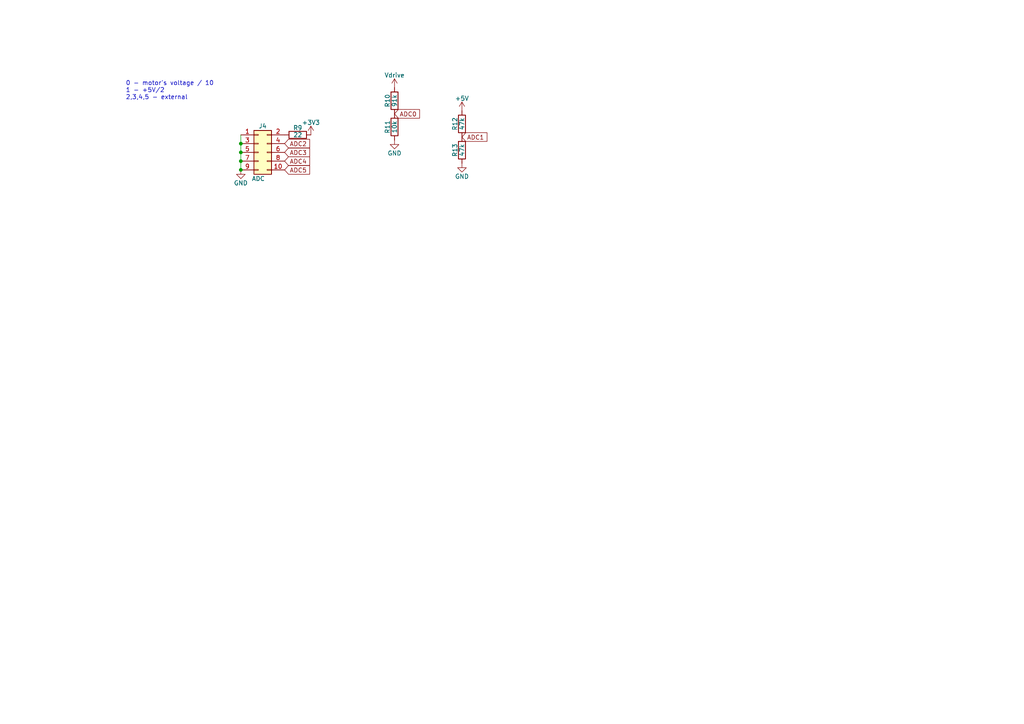
<source format=kicad_sch>
(kicad_sch (version 20211123) (generator eeschema)
  (paper "A4")
  (lib_symbols
    (symbol "Connector_Generic:Conn_02x05_Odd_Even" (pin_names (offset 1.016) hide)
      (property "Reference" "J" (at 1.27 7.62 0))
      (property "Value" "Conn_02x05_Odd_Even" (at 1.27 -7.62 0))
      (symbol "Conn_02x05_Odd_Even_1_1"
        (rectangle (start -1.27 -4.953) (end 0 -5.207) (stroke (width 0.1524)))
        (rectangle (start -1.27 -2.413) (end 0 -2.667) (stroke (width 0.1524)))
        (rectangle (start -1.27 0.127) (end 0 -0.127) (stroke (width 0.1524)))
        (rectangle (start -1.27 2.667) (end 0 2.413) (stroke (width 0.1524)))
        (rectangle (start -1.27 5.207) (end 0 4.953) (stroke (width 0.1524)))
        (rectangle (start -1.27 6.35) (end 3.81 -6.35) (stroke (width 0.254)) (fill (type background)))
        (rectangle (start 3.81 -4.953) (end 2.54 -5.207) (stroke (width 0.1524)))
        (rectangle (start 3.81 -2.413) (end 2.54 -2.667) (stroke (width 0.1524)))
        (rectangle (start 3.81 0.127) (end 2.54 -0.127) (stroke (width 0.1524)))
        (rectangle (start 3.81 2.667) (end 2.54 2.413) (stroke (width 0.1524)))
        (rectangle (start 3.81 5.207) (end 2.54 4.953) (stroke (width 0.1524)))
        (pin passive line (at -5.08 5.08 0) (length 3.81) (name "Pin_1") (number "1"))
        (pin passive line (at 7.62 -5.08 180) (length 3.81) (name "Pin_10") (number "10"))
        (pin passive line (at 7.62 5.08 180) (length 3.81) (name "Pin_2") (number "2"))
        (pin passive line (at -5.08 2.54 0) (length 3.81) (name "Pin_3") (number "3"))
        (pin passive line (at 7.62 2.54 180) (length 3.81) (name "Pin_4") (number "4"))
        (pin passive line (at -5.08 0 0) (length 3.81) (name "Pin_5") (number "5"))
        (pin passive line (at 7.62 0 180) (length 3.81) (name "Pin_6") (number "6"))
        (pin passive line (at -5.08 -2.54 0) (length 3.81) (name "Pin_7") (number "7"))
        (pin passive line (at 7.62 -2.54 180) (length 3.81) (name "Pin_8") (number "8"))
        (pin passive line (at -5.08 -5.08 0) (length 3.81) (name "Pin_9") (number "9"))
      )
    )
    (symbol "Device:R" (pin_numbers hide) (pin_names (offset 0))
      (property "Reference" "R" (at 2.032 0 90))
      (property "Value" "R" (at 0 0 90))
      (symbol "R_0_1"
        (rectangle (start -1.016 -2.54) (end 1.016 2.54) (stroke (width 0.254)))
      )
      (symbol "R_1_1"
        (pin passive line (at 0 3.81 270) (length 1.27) (name "~") (number "1"))
        (pin passive line (at 0 -3.81 90) (length 1.27) (name "~") (number "2"))
      )
    )
    (symbol "power:+3V3" (power) (pin_names (offset 0))
      (property "Value" "+3V3" (at 0 3.556 0))
      (symbol "+3V3_0_1"
        (polyline (pts (xy -0.762 1.27) (xy 0 2.54)))
        (polyline (pts (xy 0 0) (xy 0 2.54)))
        (polyline (pts (xy 0 2.54) (xy 0.762 1.27)))
      )
      (symbol "+3V3_1_1"
        (pin power_in line (at 0 0 90) (length 0) hide (name "+3V3") (number "1"))
      )
    )
    (symbol "power:+5V" (power) (pin_names (offset 0))
      (property "Value" "+5V" (at 0 3.556 0))
      (symbol "+5V_0_1"
        (polyline (pts (xy -0.762 1.27) (xy 0 2.54)))
        (polyline (pts (xy 0 0) (xy 0 2.54)))
        (polyline (pts (xy 0 2.54) (xy 0.762 1.27)))
      )
      (symbol "+5V_1_1"
        (pin power_in line (at 0 0 90) (length 0) hide (name "+5V") (number "1"))
      )
    )
    (symbol "power:Vdrive" (power) (pin_names (offset 0))
      (property "Value" "Vdrive" (at 0 3.81 0))
      (symbol "Vdrive_0_1"
        (polyline (pts (xy -0.762 1.27) (xy 0 2.54)))
        (polyline (pts (xy 0 0) (xy 0 2.54)))
        (polyline (pts (xy 0 2.54) (xy 0.762 1.27)))
      )
      (symbol "Vdrive_1_1"
        (pin power_in line (at 0 0 90) (length 0) hide (name "Vdrive") (number "1"))
      )
    )
    (symbol "stm32-rescue:GND" (power) (pin_names (offset 0))
      (property "Value" "GND" (at 0 -3.81 0))
      (symbol "GND_0_1"
        (polyline (pts (xy 0 0) (xy 0 -1.27) (xy 1.27 -1.27) (xy 0 -2.54) (xy -1.27 -1.27) (xy 0 -1.27)))
      )
      (symbol "GND_1_1"
        (pin power_in line (at 0 0 270) (length 0) hide (name "GND") (number "1"))
      )
    )
  )
  (junction (at 69.85 44.196))
  (junction (at 69.85 49.276))
  (junction (at 69.85 46.736))
  (junction (at 69.85 41.656))
  (wire (pts (xy 69.85 44.196) (xy 69.85 46.736)))
  (wire (pts (xy 69.85 46.736) (xy 69.85 49.276)))
  (wire (pts (xy 69.85 39.116) (xy 69.85 41.656)))
  (wire (pts (xy 69.85 41.656) (xy 69.85 44.196)))
  (text "0 - motor's voltage / 10\n1 - +5V/2\n2,3,4,5 - external" (at 36.449 29.083 0) (effects (font (size 1.27 1.27)) (justify left bottom)))
  (global_label "ADC1" (shape input) (at 133.985 39.751 0) (property "Intersheet References" "${INTERSHEET_REFS}" (effects hide)))
  (global_label "ADC3" (shape input) (at 82.55 44.196 0) (property "Intersheet References" "${INTERSHEET_REFS}" (effects hide)))
  (global_label "ADC2" (shape input) (at 82.55 41.656 0) (property "Intersheet References" "${INTERSHEET_REFS}" (effects hide)))
  (global_label "ADC4" (shape input) (at 82.55 46.736 0) (property "Intersheet References" "${INTERSHEET_REFS}" (effects hide)))
  (global_label "ADC5" (shape input) (at 82.55 49.276 0) (property "Intersheet References" "${INTERSHEET_REFS}" (effects hide)))
  (global_label "ADC0" (shape input) (at 114.427 33.02 0) (property "Intersheet References" "${INTERSHEET_REFS}" (effects hide)))
  (symbol (lib_id "stm32-rescue:GND") (at 114.427 40.64 0) (unit 1)
    (property "Reference" "#PWR0120" (effects hide))
    (property "Value" "GND" (at 114.427 44.45 0))
  )
  (symbol (lib_id "Device:R") (at 86.36 39.116 90) (unit 1)
    (property "Reference" "R9" (at 86.36 37.084 90))
    (property "Value" "22" (at 86.36 39.116 90))
    (property "Footprint" "Resistor_SMD:R_0603_1608Metric_Pad0.98x0.95mm_HandSolder" (effects hide))
  )
  (symbol (lib_id "Device:R") (at 114.427 29.21 180) (unit 1)
    (property "Reference" "R10" (at 112.395 29.21 90))
    (property "Value" "91k" (at 114.427 29.21 90))
    (property "Footprint" "Resistor_SMD:R_0603_1608Metric_Pad0.98x0.95mm_HandSolder" (effects hide))
  )
  (symbol (lib_id "Device:R") (at 114.427 36.83 180) (unit 1)
    (property "Reference" "R11" (at 112.395 36.83 90))
    (property "Value" "10k" (at 114.427 36.83 90))
    (property "Footprint" "Resistor_SMD:R_0603_1608Metric_Pad0.98x0.95mm_HandSolder" (effects hide))
  )
  (symbol (lib_id "stm32-rescue:GND") (at 69.85 49.276 0) (unit 1)
    (property "Reference" "#PWR0118" (effects hide))
    (property "Value" "GND" (at 69.85 53.086 0))
  )
  (symbol (lib_id "Device:R") (at 133.985 43.561 180) (unit 1)
    (property "Reference" "R13" (at 131.953 43.561 90))
    (property "Value" "47k" (at 133.985 43.561 90))
    (property "Footprint" "Resistor_SMD:R_0603_1608Metric_Pad0.98x0.95mm_HandSolder" (effects hide))
  )
  (symbol (lib_id "Device:R") (at 133.985 35.941 180) (unit 1)
    (property "Reference" "R12" (at 131.953 35.941 90))
    (property "Value" "47k" (at 133.985 35.941 90))
    (property "Footprint" "Resistor_SMD:R_0603_1608Metric_Pad0.98x0.95mm_HandSolder" (effects hide))
  )
  (symbol (lib_id "power:+5V") (at 133.985 32.131 0) (unit 1)
    (property "Reference" "#PWR0123" (effects hide))
    (property "Value" "+5V" (at 133.985 28.5552 0))
  )
  (symbol (lib_id "power:Vdrive") (at 114.427 25.4 0) (unit 1)
    (property "Reference" "#PWR0121" (effects hide))
    (property "Value" "Vdrive" (at 114.427 21.8242 0))
  )
  (symbol (lib_id "power:+3V3") (at 90.17 39.116 0) (unit 1)
    (property "Reference" "#PWR0119" (effects hide))
    (property "Value" "+3V3" (at 90.17 35.5402 0))
  )
  (symbol (lib_id "stm32-rescue:GND") (at 133.985 47.371 0) (unit 1)
    (property "Reference" "#PWR0122" (effects hide))
    (property "Value" "GND" (at 133.985 51.181 0))
  )
  (symbol (lib_id "Connector_Generic:Conn_02x05_Odd_Even") (at 74.93 44.196 0) (unit 1)
    (property "Reference" "J4" (at 76.2 36.576 0))
    (property "Value" "ADC" (at 74.93 51.816 0))
    (property "Footprint" "Connector_IDC:IDC-Header_2x05_P2.54mm_Vertical" (effects hide))
  )
)
</source>
